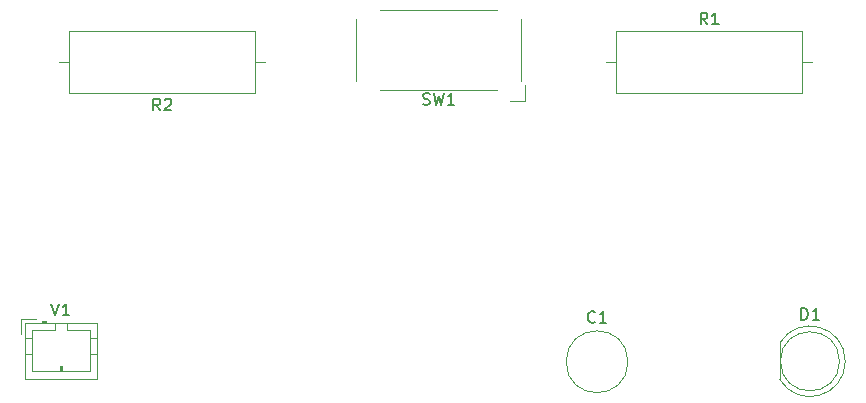
<source format=gbr>
%TF.GenerationSoftware,KiCad,Pcbnew,(6.0.10-0)*%
%TF.CreationDate,2023-02-14T13:21:12-08:00*%
%TF.ProjectId,lab4,6c616234-2e6b-4696-9361-645f70636258,rev?*%
%TF.SameCoordinates,Original*%
%TF.FileFunction,Legend,Top*%
%TF.FilePolarity,Positive*%
%FSLAX46Y46*%
G04 Gerber Fmt 4.6, Leading zero omitted, Abs format (unit mm)*
G04 Created by KiCad (PCBNEW (6.0.10-0)) date 2023-02-14 13:21:12*
%MOMM*%
%LPD*%
G01*
G04 APERTURE LIST*
%ADD10C,0.150000*%
%ADD11C,0.120000*%
G04 APERTURE END LIST*
D10*
%TO.C,SW1*%
X143404166Y-74727261D02*
X143547023Y-74774880D01*
X143785119Y-74774880D01*
X143880357Y-74727261D01*
X143927976Y-74679642D01*
X143975595Y-74584404D01*
X143975595Y-74489166D01*
X143927976Y-74393928D01*
X143880357Y-74346309D01*
X143785119Y-74298690D01*
X143594642Y-74251071D01*
X143499404Y-74203452D01*
X143451785Y-74155833D01*
X143404166Y-74060595D01*
X143404166Y-73965357D01*
X143451785Y-73870119D01*
X143499404Y-73822500D01*
X143594642Y-73774880D01*
X143832738Y-73774880D01*
X143975595Y-73822500D01*
X144308928Y-73774880D02*
X144547023Y-74774880D01*
X144737500Y-74060595D01*
X144927976Y-74774880D01*
X145166071Y-73774880D01*
X146070833Y-74774880D02*
X145499404Y-74774880D01*
X145785119Y-74774880D02*
X145785119Y-73774880D01*
X145689880Y-73917738D01*
X145594642Y-74012976D01*
X145499404Y-74060595D01*
%TO.C,C1*%
X157973333Y-93127142D02*
X157925714Y-93174761D01*
X157782857Y-93222380D01*
X157687619Y-93222380D01*
X157544761Y-93174761D01*
X157449523Y-93079523D01*
X157401904Y-92984285D01*
X157354285Y-92793809D01*
X157354285Y-92650952D01*
X157401904Y-92460476D01*
X157449523Y-92365238D01*
X157544761Y-92270000D01*
X157687619Y-92222380D01*
X157782857Y-92222380D01*
X157925714Y-92270000D01*
X157973333Y-92317619D01*
X158925714Y-93222380D02*
X158354285Y-93222380D01*
X158640000Y-93222380D02*
X158640000Y-92222380D01*
X158544761Y-92365238D01*
X158449523Y-92460476D01*
X158354285Y-92508095D01*
%TO.C,R1*%
X167473333Y-67952380D02*
X167140000Y-67476190D01*
X166901904Y-67952380D02*
X166901904Y-66952380D01*
X167282857Y-66952380D01*
X167378095Y-67000000D01*
X167425714Y-67047619D01*
X167473333Y-67142857D01*
X167473333Y-67285714D01*
X167425714Y-67380952D01*
X167378095Y-67428571D01*
X167282857Y-67476190D01*
X166901904Y-67476190D01*
X168425714Y-67952380D02*
X167854285Y-67952380D01*
X168140000Y-67952380D02*
X168140000Y-66952380D01*
X168044761Y-67095238D01*
X167949523Y-67190476D01*
X167854285Y-67238095D01*
%TO.C,V1*%
X111950476Y-91592380D02*
X112283809Y-92592380D01*
X112617142Y-91592380D01*
X113474285Y-92592380D02*
X112902857Y-92592380D01*
X113188571Y-92592380D02*
X113188571Y-91592380D01*
X113093333Y-91735238D01*
X112998095Y-91830476D01*
X112902857Y-91878095D01*
%TO.C,D1*%
X175431904Y-92972380D02*
X175431904Y-91972380D01*
X175670000Y-91972380D01*
X175812857Y-92020000D01*
X175908095Y-92115238D01*
X175955714Y-92210476D01*
X176003333Y-92400952D01*
X176003333Y-92543809D01*
X175955714Y-92734285D01*
X175908095Y-92829523D01*
X175812857Y-92924761D01*
X175670000Y-92972380D01*
X175431904Y-92972380D01*
X176955714Y-92972380D02*
X176384285Y-92972380D01*
X176670000Y-92972380D02*
X176670000Y-91972380D01*
X176574761Y-92115238D01*
X176479523Y-92210476D01*
X176384285Y-92258095D01*
%TO.C,R2*%
X121153333Y-75232380D02*
X120820000Y-74756190D01*
X120581904Y-75232380D02*
X120581904Y-74232380D01*
X120962857Y-74232380D01*
X121058095Y-74280000D01*
X121105714Y-74327619D01*
X121153333Y-74422857D01*
X121153333Y-74565714D01*
X121105714Y-74660952D01*
X121058095Y-74708571D01*
X120962857Y-74756190D01*
X120581904Y-74756190D01*
X121534285Y-74327619D02*
X121581904Y-74280000D01*
X121677142Y-74232380D01*
X121915238Y-74232380D01*
X122010476Y-74280000D01*
X122058095Y-74327619D01*
X122105714Y-74422857D01*
X122105714Y-74518095D01*
X122058095Y-74660952D01*
X121486666Y-75232380D01*
X122105714Y-75232380D01*
D11*
%TO.C,SW1*%
X149687500Y-73472500D02*
X139787500Y-73472500D01*
X139787500Y-66772500D02*
X149687500Y-66772500D01*
X152037500Y-74422500D02*
X150737500Y-74422500D01*
X137737500Y-72722500D02*
X137737500Y-67522500D01*
X152037500Y-73122500D02*
X152037500Y-74422500D01*
X151737500Y-67522500D02*
X151737500Y-72722500D01*
%TO.C,C1*%
X160760000Y-96520000D02*
G75*
G03*
X160760000Y-96520000I-2620000J0D01*
G01*
%TO.C,R1*%
X158920000Y-71120000D02*
X159770000Y-71120000D01*
X176360000Y-71120000D02*
X175510000Y-71120000D01*
X159770000Y-68500000D02*
X159770000Y-73740000D01*
X175510000Y-68500000D02*
X159770000Y-68500000D01*
X175510000Y-73740000D02*
X175510000Y-68500000D01*
X159770000Y-73740000D02*
X175510000Y-73740000D01*
%TO.C,V1*%
X112260000Y-93230000D02*
X112260000Y-93840000D01*
X112760000Y-97340000D02*
X112760000Y-96840000D01*
X115210000Y-97340000D02*
X115210000Y-93840000D01*
X111460000Y-93230000D02*
X111460000Y-93030000D01*
X115210000Y-93840000D02*
X113260000Y-93840000D01*
X111460000Y-93030000D02*
X111160000Y-93030000D01*
X112260000Y-93840000D02*
X110310000Y-93840000D01*
X109700000Y-94540000D02*
X110310000Y-94540000D01*
X109400000Y-92930000D02*
X109400000Y-94180000D01*
X109700000Y-93230000D02*
X109700000Y-97950000D01*
X115820000Y-94540000D02*
X115210000Y-94540000D01*
X110310000Y-97340000D02*
X115210000Y-97340000D01*
X115820000Y-97950000D02*
X115820000Y-93230000D01*
X110650000Y-92930000D02*
X109400000Y-92930000D01*
X112860000Y-96840000D02*
X112860000Y-97340000D01*
X115820000Y-95840000D02*
X115210000Y-95840000D01*
X115820000Y-93230000D02*
X109700000Y-93230000D01*
X112660000Y-96840000D02*
X112860000Y-96840000D01*
X109700000Y-97950000D02*
X115820000Y-97950000D01*
X111160000Y-93030000D02*
X111160000Y-93230000D01*
X110310000Y-93840000D02*
X110310000Y-97340000D01*
X109700000Y-95840000D02*
X110310000Y-95840000D01*
X113260000Y-93840000D02*
X113260000Y-93230000D01*
X111460000Y-93130000D02*
X111160000Y-93130000D01*
X112660000Y-97340000D02*
X112660000Y-96840000D01*
%TO.C,D1*%
X173610000Y-94935000D02*
X173610000Y-98025000D01*
X179160000Y-96480462D02*
G75*
G03*
X173610000Y-94935170I-2990000J462D01*
G01*
X173610000Y-98024830D02*
G75*
G03*
X179160000Y-96479538I2560000J1544830D01*
G01*
X178670000Y-96480000D02*
G75*
G03*
X178670000Y-96480000I-2500000J0D01*
G01*
%TO.C,R2*%
X129190000Y-68540000D02*
X113450000Y-68540000D01*
X113450000Y-73780000D02*
X129190000Y-73780000D01*
X112600000Y-71160000D02*
X113450000Y-71160000D01*
X129190000Y-73780000D02*
X129190000Y-68540000D01*
X130040000Y-71160000D02*
X129190000Y-71160000D01*
X113450000Y-68540000D02*
X113450000Y-73780000D01*
%TD*%
M02*

</source>
